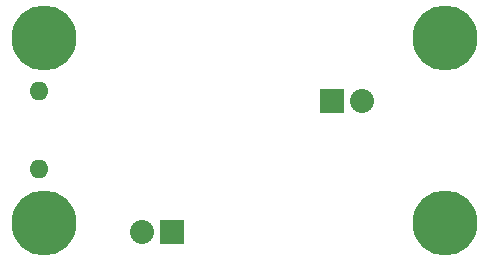
<source format=gbs>
G04 #@! TF.FileFunction,Soldermask,Bot*
%FSLAX46Y46*%
G04 Gerber Fmt 4.6, Leading zero omitted, Abs format (unit mm)*
G04 Created by KiCad (PCBNEW (2015-01-29 BZR 5396)-product) date 3/24/2015 8:40:59 PM*
%MOMM*%
G01*
G04 APERTURE LIST*
%ADD10C,0.100000*%
%ADD11R,2.032000X2.032000*%
%ADD12O,2.032000X2.032000*%
%ADD13C,5.500000*%
%ADD14O,1.600000X1.600000*%
G04 APERTURE END LIST*
D10*
D11*
X92190000Y-92540000D03*
D12*
X89650000Y-92540000D03*
D13*
X115315000Y-76135000D03*
X115315000Y-91795000D03*
X81335000Y-76135000D03*
X81335000Y-91785000D03*
D11*
X105690000Y-81460000D03*
D12*
X108230000Y-81460000D03*
D14*
X80865000Y-87215000D03*
X80865000Y-80615000D03*
M02*

</source>
